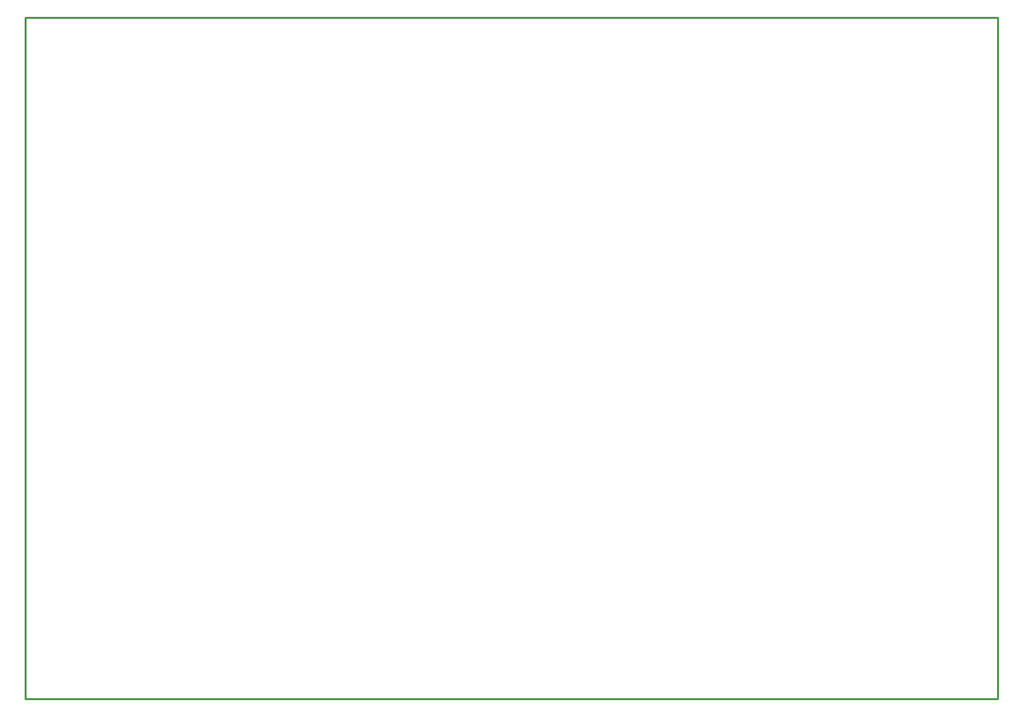
<source format=gbr>
G04 EAGLE Gerber RS-274X export*
G75*
%MOMM*%
%FSLAX34Y34*%
%LPD*%
%IN*%
%IPPOS*%
%AMOC8*
5,1,8,0,0,1.08239X$1,22.5*%
G01*
%ADD10C,0.254000*%


D10*
X0Y0D02*
X1270000Y0D01*
X1270000Y889000D01*
X0Y889000D01*
X0Y0D01*
M02*

</source>
